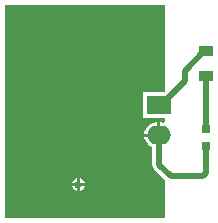
<source format=gbl>
G04*
G04 #@! TF.GenerationSoftware,Altium Limited,Altium Designer,23.7.1 (13)*
G04*
G04 Layer_Physical_Order=2*
G04 Layer_Color=16711680*
%FSLAX44Y44*%
%MOMM*%
G71*
G04*
G04 #@! TF.SameCoordinates,EF107940-91EF-4339-82F6-E674CF011E28*
G04*
G04*
G04 #@! TF.FilePolarity,Positive*
G04*
G01*
G75*
%ADD13R,0.7000X0.7000*%
%ADD14R,1.2000X0.9000*%
%ADD19C,0.5000*%
%ADD20O,2.0000X1.6000*%
%ADD21R,2.0000X1.6000*%
%ADD22C,0.6000*%
G36*
X145000Y116400D02*
X127000D01*
Y94400D01*
X145000D01*
Y91480D01*
X143730Y90403D01*
X142000Y90631D01*
X141270D01*
Y80000D01*
X140000D01*
Y78730D01*
X127536D01*
X127731Y77249D01*
X128793Y74685D01*
X130483Y72483D01*
X132684Y70793D01*
X134392Y70086D01*
Y55000D01*
X134819Y52854D01*
X136035Y51035D01*
X145000Y42070D01*
Y10000D01*
X10000D01*
Y190000D01*
X145000D01*
Y116400D01*
D02*
G37*
%LPC*%
G36*
X138730Y90631D02*
X138000D01*
X135248Y90269D01*
X132684Y89207D01*
X130483Y87517D01*
X128793Y85315D01*
X127731Y82751D01*
X127536Y81270D01*
X138730D01*
Y90631D01*
D02*
G37*
G36*
X73270Y43470D02*
Y39270D01*
X77470D01*
X76697Y41138D01*
X75138Y42697D01*
X73270Y43470D01*
D02*
G37*
G36*
X70730D02*
X68862Y42697D01*
X67303Y41138D01*
X66530Y39270D01*
X70730D01*
Y43470D01*
D02*
G37*
G36*
X77470Y36730D02*
X73270D01*
Y32530D01*
X75138Y33303D01*
X76697Y34862D01*
X77470Y36730D01*
D02*
G37*
G36*
X70730D02*
X66530D01*
X67303Y34862D01*
X68862Y33303D01*
X70730Y32530D01*
Y36730D01*
D02*
G37*
%LPD*%
D13*
X180000Y85000D02*
D03*
Y71000D02*
D03*
D14*
Y151000D02*
D03*
Y130000D02*
D03*
D19*
X150000Y45000D02*
X177071D01*
X180000Y47929D02*
Y71000D01*
X177071Y45000D02*
X180000Y47929D01*
X140000Y55000D02*
Y80000D01*
Y55000D02*
X150000Y45000D01*
X180000Y85000D02*
Y130000D01*
X142000Y105400D02*
X162000Y125400D01*
X140000Y105400D02*
X142000D01*
X162000Y125400D02*
Y134500D01*
X178500Y151000D01*
X180000D01*
X140000Y80000D02*
X142000D01*
D20*
X140000D02*
D03*
D21*
Y105400D02*
D03*
D22*
X72000Y38000D02*
D03*
M02*

</source>
